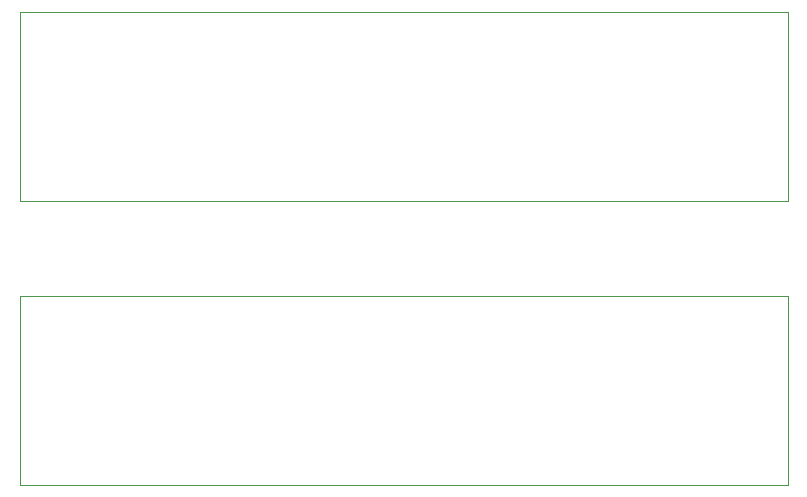
<source format=gbr>
%TF.GenerationSoftware,KiCad,Pcbnew,(6.0.0)*%
%TF.CreationDate,2022-04-23T22:24:28+01:00*%
%TF.ProjectId,main,6d61696e-2e6b-4696-9361-645f70636258,rev?*%
%TF.SameCoordinates,Original*%
%TF.FileFunction,Profile,NP*%
%FSLAX46Y46*%
G04 Gerber Fmt 4.6, Leading zero omitted, Abs format (unit mm)*
G04 Created by KiCad (PCBNEW (6.0.0)) date 2022-04-23 22:24:28*
%MOMM*%
%LPD*%
G01*
G04 APERTURE LIST*
%TA.AperFunction,Profile*%
%ADD10C,0.100000*%
%TD*%
G04 APERTURE END LIST*
D10*
X65000000Y-80000000D02*
X130000000Y-80000000D01*
X130000000Y-80000000D02*
X130000000Y-96000000D01*
X130000000Y-96000000D02*
X65000000Y-96000000D01*
X65000000Y-96000000D02*
X65000000Y-80000000D01*
X65000000Y-104000000D02*
X130000000Y-104000000D01*
X130000000Y-104000000D02*
X130000000Y-120000000D01*
X130000000Y-120000000D02*
X65000000Y-120000000D01*
X65000000Y-120000000D02*
X65000000Y-104000000D01*
M02*

</source>
